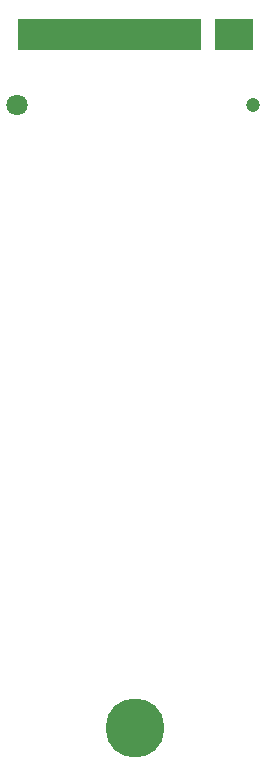
<source format=gbr>
%TF.GenerationSoftware,KiCad,Pcbnew,7.0.5*%
%TF.CreationDate,2023-08-30T17:00:08-05:00*%
%TF.ProjectId,Chimera_Card_Template_2,4368696d-6572-4615-9f43-6172645f5465,rev?*%
%TF.SameCoordinates,Original*%
%TF.FileFunction,Soldermask,Bot*%
%TF.FilePolarity,Negative*%
%FSLAX46Y46*%
G04 Gerber Fmt 4.6, Leading zero omitted, Abs format (unit mm)*
G04 Created by KiCad (PCBNEW 7.0.5) date 2023-08-30 17:00:08*
%MOMM*%
%LPD*%
G01*
G04 APERTURE LIST*
%ADD10C,0.100000*%
%ADD11C,1.200000*%
%ADD12C,1.800000*%
%ADD13C,2.900000*%
%ADD14C,5.000000*%
G04 APERTURE END LIST*
%TO.C,U1*%
D10*
X122425000Y-92400000D02*
X119225000Y-92400000D01*
X119225000Y-89900000D01*
X122425000Y-89900000D01*
X122425000Y-92400000D01*
G36*
X122425000Y-92400000D02*
G01*
X119225000Y-92400000D01*
X119225000Y-89900000D01*
X122425000Y-89900000D01*
X122425000Y-92400000D01*
G37*
X118025000Y-92400000D02*
X102575000Y-92400000D01*
X102575000Y-89900000D01*
X118025000Y-89900000D01*
X118025000Y-92400000D01*
G36*
X118025000Y-92400000D02*
G01*
X102575000Y-92400000D01*
X102575000Y-89900000D01*
X118025000Y-89900000D01*
X118025000Y-92400000D01*
G37*
%TD*%
D11*
%TO.C,CN1*%
X122499900Y-97125200D03*
D12*
X102499900Y-97125200D03*
%TD*%
D13*
%TO.C,H1*%
X112500000Y-149900000D03*
D14*
X112500000Y-149900000D03*
%TD*%
M02*

</source>
